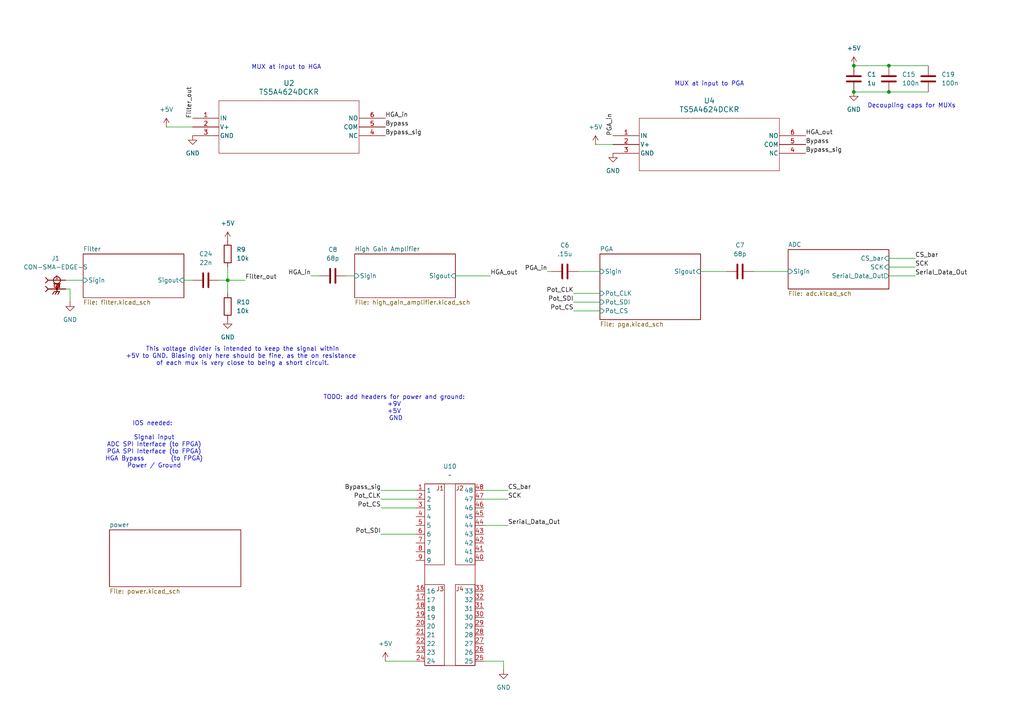
<source format=kicad_sch>
(kicad_sch (version 20250114) (generator "eeschema") (generator_version "9.0")
  (paper "A4")
  (lib_symbols
    (symbol "Cmod_S7:Cmod_S7"
      (property "Reference" "U" (at 0 0 0))
      (symbol "Cmod_S7_1_1"
        (rectangle (start -1.905 -1.27) (end 3.81 -24.765))
        (rectangle (start -1.905 -1.27) (end 12.7 -53.975))
        (rectangle (start -1.905 -30.48) (end 3.81 -53.975))
        (rectangle (start 12.7 -1.27) (end 6.985 -24.765))
        (rectangle (start 12.7 -30.48) (end 6.985 -53.975))
        (text "J1" (at 2.54 -2.54 0) (effects (font (size 1.27 1.27))))
        (text "J3" (at 2.54 -31.75 0) (effects (font (size 1.27 1.27))))
        (text "J2" (at 8.255 -2.54 0) (effects (font (size 1.27 1.27))))
        (text "J4" (at 8.255 -31.75 0) (effects (font (size 1.27 1.27))))
        (pin bidirectional line (at -4.445 -3.175 0) (length 2.54) (name "1") (number "1"))
        (pin bidirectional line (at -4.445 -5.715 0) (length 2.54) (name "2") (number "2"))
        (pin bidirectional line (at -4.445 -8.255 0) (length 2.54) (name "3") (number "3"))
        (pin bidirectional line (at -4.445 -10.795 0) (length 2.54) (name "4") (number "4"))
        (pin bidirectional line (at -4.445 -13.335 0) (length 2.54) (name "5") (number "5"))
        (pin bidirectional line (at -4.445 -15.875 0) (length 2.54) (name "6") (number "6"))
        (pin bidirectional line (at -4.445 -18.415 0) (length 2.54) (name "7") (number "7"))
        (pin bidirectional line (at -4.445 -20.955 0) (length 2.54) (name "8") (number "8"))
        (pin bidirectional line (at -4.445 -23.495 0) (length 2.54) (name "9") (number "9"))
        (pin bidirectional line (at -4.445 -32.385 0) (length 2.54) (name "16") (number "16"))
        (pin bidirectional line (at -4.445 -34.925 0) (length 2.54) (name "17") (number "17"))
        (pin bidirectional line (at -4.445 -37.465 0) (length 2.54) (name "18") (number "18"))
        (pin bidirectional line (at -4.445 -40.005 0) (length 2.54) (name "19") (number "19"))
        (pin bidirectional line (at -4.445 -42.545 0) (length 2.54) (name "20") (number "20"))
        (pin bidirectional line (at -4.445 -45.085 0) (length 2.54) (name "21") (number "21"))
        (pin bidirectional line (at -4.445 -47.625 0) (length 2.54) (name "22") (number "22"))
        (pin bidirectional line (at -4.445 -50.165 0) (length 2.54) (name "23") (number "23"))
        (pin bidirectional line (at -4.445 -52.705 0) (length 2.54) (name "24") (number "24"))
        (pin bidirectional line (at 15.24 -3.175 180) (length 2.54) (name "48") (number "48"))
        (pin bidirectional line (at 15.24 -5.715 180) (length 2.54) (name "47") (number "47"))
        (pin bidirectional line (at 15.24 -8.255 180) (length 2.54) (name "46") (number "46"))
        (pin bidirectional line (at 15.24 -10.795 180) (length 2.54) (name "45") (number "45"))
        (pin bidirectional line (at 15.24 -13.335 180) (length 2.54) (name "44") (number "44"))
        (pin bidirectional line (at 15.24 -15.875 180) (length 2.54) (name "43") (number "43"))
        (pin bidirectional line (at 15.24 -18.415 180) (length 2.54) (name "42") (number "42"))
        (pin bidirectional line (at 15.24 -20.955 180) (length 2.54) (name "41") (number "41"))
        (pin bidirectional line (at 15.24 -23.495 180) (length 2.54) (name "40") (number "40"))
        (pin bidirectional line (at 15.24 -32.385 180) (length 2.54) (name "33") (number "33"))
        (pin bidirectional line (at 15.24 -34.925 180) (length 2.54) (name "32") (number "32"))
        (pin bidirectional line (at 15.24 -37.465 180) (length 2.54) (name "31") (number "31"))
        (pin bidirectional line (at 15.24 -40.005 180) (length 2.54) (name "30") (number "30"))
        (pin bidirectional line (at 15.24 -42.545 180) (length 2.54) (name "29") (number "29"))
        (pin bidirectional line (at 15.24 -45.085 180) (length 2.54) (name "28") (number "28"))
        (pin bidirectional line (at 15.24 -47.625 180) (length 2.54) (name "27") (number "27"))
        (pin bidirectional line (at 15.24 -50.165 180) (length 2.54) (name "26") (number "26"))
        (pin bidirectional line (at 15.24 -52.705 180) (length 2.54) (name "25") (number "25"))
      )
    )
    (symbol "Device:C" (pin_numbers (hide yes)) (pin_names (offset 0.254))
      (property "Reference" "C" (at 0.635 2.54 0))
      (property "Value" "C" (at 0.635 -2.54 0))
      (symbol "C_0_1"
        (polyline (pts (xy -2.032 0.762) (xy 2.032 0.762)) (stroke (width 0.508)))
        (polyline (pts (xy -2.032 -0.762) (xy 2.032 -0.762)) (stroke (width 0.508)))
      )
      (symbol "C_1_1"
        (pin passive line (at 0 3.81 270) (length 2.794) (name "~") (number "1"))
        (pin passive line (at 0 -3.81 90) (length 2.794) (name "~") (number "2"))
      )
    )
    (symbol "Device:R" (pin_numbers (hide yes)) (pin_names (offset 0))
      (property "Reference" "R" (at 2.032 0 90))
      (property "Value" "R" (at 0 0 90))
      (symbol "R_0_1"
        (rectangle (start -1.016 -2.54) (end 1.016 2.54) (stroke (width 0.254)))
      )
      (symbol "R_1_1"
        (pin passive line (at 0 3.81 270) (length 1.27) (name "~") (number "1"))
        (pin passive line (at 0 -3.81 90) (length 1.27) (name "~") (number "2"))
      )
    )
    (symbol "Mux:TS5A4624DCKR" (pin_names (offset 0.254))
      (property "Reference" "U" (at 27.94 10.16 0))
      (property "Value" "TS5A4624DCKR" (at 27.94 7.62 0))
      (symbol "TS5A4624DCKR_0_1"
        (polyline (pts (xy 7.62 5.08) (xy 7.62 -10.16)) (stroke (width 0.127)))
        (polyline (pts (xy 7.62 -10.16) (xy 48.26 -10.16)) (stroke (width 0.127)))
        (polyline (pts (xy 48.26 5.08) (xy 7.62 5.08)) (stroke (width 0.127)))
        (polyline (pts (xy 48.26 -10.16) (xy 48.26 5.08)) (stroke (width 0.127)))
        (pin input line (at 0 0 0) (length 7.62) (name "IN") (number "1"))
        (pin power_in line (at 0 -2.54 0) (length 7.62) (name "V+") (number "2"))
        (pin power_in line (at 0 -5.08 0) (length 7.62) (name "GND") (number "3"))
        (pin output line (at 55.88 0 180) (length 7.62) (name "NO") (number "6"))
        (pin unspecified line (at 55.88 -2.54 180) (length 7.62) (name "COM") (number "5"))
        (pin unspecified line (at 55.88 -5.08 180) (length 7.62) (name "NC") (number "4"))
      )
    )
    (symbol "SMA_MALE_connector:CON-SMA-EDGE-S" (pin_names (offset 1.016))
      (property "Reference" "J" (at -3.81 4.064 0))
      (property "Value" "CON-SMA-EDGE-S" (at -4.064 -4.318 0))
      (symbol "CON-SMA-EDGE-S_0_0"
        (polyline (pts (xy -3.302 3.302) (xy -2.54 2.54)) (stroke (width 0.254)))
        (polyline (pts (xy -3.302 1.778) (xy -2.54 2.54)) (stroke (width 0.254)))
        (polyline (pts (xy -3.302 0.762) (xy -2.54 0)) (stroke (width 0.254)))
        (polyline (pts (xy -3.302 -0.762) (xy -2.54 0)) (stroke (width 0.254)))
        (polyline (pts (xy -2.54 2.54) (xy 2.54 2.54)) (stroke (width 0.254)))
        (polyline (pts (xy -2.54 0) (xy 0 0)) (stroke (width 0.254)))
        (polyline (pts (xy -1.016 1.524) (xy 0 1.524)) (stroke (width 0.254)))
        (polyline (pts (xy -0.762 -0.762) (xy -1.27 -1.524)) (stroke (width 0.254)))
        (circle (center 0 2.54) (radius 1.016) (stroke (width 0.254)))
        (polyline (pts (xy 0 1.524) (xy 0 0)) (stroke (width 0.254)))
        (polyline (pts (xy 0 1.524) (xy 1.016 1.524)) (stroke (width 0.254)))
        (polyline (pts (xy 0 0) (xy -2.286 0)) (stroke (width 0.254)))
        (polyline (pts (xy 0 0) (xy 0 -0.762)) (stroke (width 0.254)))
        (circle (center 0 0) (radius 0.254) (stroke (width 0.254)))
        (polyline (pts (xy 0 -0.762) (xy -0.508 -1.524)) (stroke (width 0.254)))
        (polyline (pts (xy 0.762 -0.762) (xy -0.762 -0.762)) (stroke (width 0.254)))
        (polyline (pts (xy 0.762 -0.762) (xy 0.254 -1.524)) (stroke (width 0.254)))
        (polyline (pts (xy 2.54 0) (xy 0 0)) (stroke (width 0.254)))
        (pin passive line (at 2.54 2.54 180) (length 5.08) (name "~") (number "1"))
        (pin passive line (at 2.54 0 180) (length 5.08) (name "~") (number "G1"))
        (pin passive line (at 2.54 0 180) (length 5.08) (name "~") (number "G2"))
        (pin passive line (at 2.54 0 180) (length 5.08) (name "~") (number "G3"))
        (pin passive line (at 2.54 0 180) (length 5.08) (name "~") (number "G4"))
      )
    )
    (symbol "power:+5V" (power) (pin_numbers (hide yes)) (pin_names (offset 0) (hide yes))
      (property "Value" "+5V" (at 0 3.556 0))
      (symbol "+5V_0_1"
        (polyline (pts (xy -0.762 1.27) (xy 0 2.54)))
        (polyline (pts (xy 0 2.54) (xy 0.762 1.27)))
        (polyline (pts (xy 0 0) (xy 0 2.54)))
      )
      (symbol "+5V_1_1"
        (pin power_in line (at 0 0 90) (length 0) (name "~") (number "1"))
      )
    )
    (symbol "power:GND" (power) (pin_numbers (hide yes)) (pin_names (offset 0) (hide yes))
      (property "Value" "GND" (at 0 -3.81 0))
      (symbol "GND_0_1"
        (polyline (pts (xy 0 0) (xy 0 -1.27) (xy 1.27 -1.27) (xy 0 -2.54) (xy -1.27 -1.27) (xy 0 -1.27)))
      )
      (symbol "GND_1_1"
        (pin power_in line (at 0 0 270) (length 0) (name "~") (number "1"))
      )
    )
  )
  (text "MUX at input to PGA" (at 205.74 24.384 0) (effects (font (size 1.27 1.27))))
  (text "IOS needed: \n\nSignal input\nADC SPI Interface (to FPGA)\nPGA SPI Interface (to FPGA)\nHGA Bypass        (to FPGA)\nPower / Ground" (at 44.704 129.032 0) (effects (font (size 1.27 1.27))))
  (text "MUX at input to HGA" (at 83.058 19.558 0) (effects (font (size 1.27 1.27))))
  (text "Decoupling caps for MUXs" (at 264.414 30.734 0) (effects (font (size 1.27 1.27))))
  (text "TODO: add headers for power and ground: \n+9V \n+5V \nGND" (at 114.808 118.364 0) (effects (font (size 1.27 1.27))))
  (text "This voltage divider is intended to keep the signal within\n+5V to GND. Biasing only here should be fine, as the on resistance \nof each mux is very close to being a short circuit." (at 70.358 103.378 0) (effects (font (size 1.27 1.27))))
  (junction (at 247.65 19.05))
  (junction (at 257.81 19.05))
  (junction (at 257.81 26.67))
  (junction (at 247.65 26.67))
  (junction (at 66.04 81.28))
  (wire (pts (xy 247.65 26.67) (xy 257.81 26.67)))
  (wire (pts (xy 63.5 81.28) (xy 66.04 81.28)))
  (wire (pts (xy 172.72 41.91) (xy 177.8 41.91)))
  (wire (pts (xy 110.49 142.24) (xy 120.65 142.24)))
  (wire (pts (xy 53.34 81.28) (xy 55.88 81.28)))
  (wire (pts (xy 140.335 142.24) (xy 147.32 142.24)))
  (wire (pts (xy 146.05 191.77) (xy 146.05 194.31)))
  (wire (pts (xy 110.49 144.78) (xy 120.65 144.78)))
  (wire (pts (xy 111.76 191.77) (xy 120.65 191.77)))
  (wire (pts (xy 167.64 78.74) (xy 173.99 78.74)))
  (wire (pts (xy 140.335 152.4) (xy 147.32 152.4)))
  (wire (pts (xy 257.81 77.47) (xy 265.43 77.47)))
  (wire (pts (xy 19.05 83.82) (xy 20.32 83.82)))
  (wire (pts (xy 66.04 81.28) (xy 66.04 85.09)))
  (wire (pts (xy 218.44 78.74) (xy 228.6 78.74)))
  (wire (pts (xy 166.37 87.63) (xy 173.99 87.63)))
  (wire (pts (xy 90.17 80.01) (xy 92.71 80.01)))
  (wire (pts (xy 110.49 147.32) (xy 120.65 147.32)))
  (wire (pts (xy 100.33 80.01) (xy 102.87 80.01)))
  (wire (pts (xy 257.81 74.93) (xy 265.43 74.93)))
  (wire (pts (xy 158.75 78.74) (xy 160.02 78.74)))
  (wire (pts (xy 19.05 81.28) (xy 24.13 81.28)))
  (wire (pts (xy 66.04 77.47) (xy 66.04 81.28)))
  (wire (pts (xy 257.81 26.67) (xy 269.24 26.67)))
  (wire (pts (xy 110.49 154.94) (xy 120.65 154.94)))
  (wire (pts (xy 140.335 191.77) (xy 146.05 191.77)))
  (wire (pts (xy 20.32 83.82) (xy 20.32 87.63)))
  (wire (pts (xy 66.04 81.28) (xy 71.12 81.28)))
  (wire (pts (xy 140.335 144.78) (xy 147.32 144.78)))
  (wire (pts (xy 166.37 90.17) (xy 173.99 90.17)))
  (wire (pts (xy 132.08 80.01) (xy 142.24 80.01)))
  (wire (pts (xy 203.2 78.74) (xy 210.82 78.74)))
  (wire (pts (xy 247.65 19.05) (xy 257.81 19.05)))
  (wire (pts (xy 257.81 80.01) (xy 265.43 80.01)))
  (wire (pts (xy 48.26 36.83) (xy 55.88 36.83)))
  (wire (pts (xy 166.37 85.09) (xy 173.99 85.09)))
  (wire (pts (xy 257.81 19.05) (xy 269.24 19.05)))
  (label "CS_bar" (at 265.43 74.93 0))
  (label "Serial_Data_Out" (at 147.32 152.4 0))
  (label "Bypass_sig" (at 233.68 44.45 0))
  (label "HGA_in" (at 111.76 34.29 0))
  (label "Bypass" (at 111.76 36.83 0))
  (label "Filter_out" (at 71.12 81.28 0))
  (label "CS_bar" (at 147.32 142.24 0))
  (label "Bypass_sig" (at 111.76 39.37 0))
  (label "SCK" (at 265.43 77.47 0))
  (label "HGA_out" (at 142.24 80.01 0))
  (label "Pot_CLK" (at 110.49 144.78 180))
  (label "HGA_in" (at 90.17 80.01 180))
  (label "Bypass_sig" (at 110.49 142.24 180))
  (label "Serial_Data_Out" (at 265.43 80.01 0))
  (label "Pot_CS" (at 166.37 90.17 180))
  (label "Pot_SDI" (at 110.49 154.94 180))
  (label "PGA_in" (at 158.75 78.74 180))
  (label "Pot_SDI" (at 166.37 87.63 180))
  (label "Filter_out" (at 55.88 34.29 90))
  (label "PGA_in" (at 177.8 39.37 90))
  (label "Pot_CLK" (at 166.37 85.09 180))
  (label "Bypass" (at 233.68 41.91 0))
  (label "SCK" (at 147.32 144.78 0))
  (label "Pot_CS" (at 110.49 147.32 180))
  (label "HGA_out" (at 233.68 39.37 0))
  (symbol (lib_id "Device:C") (at 247.65 22.86 0) (unit 1)
    (property "Reference" "C1" (at 251.46 21.5899 0) (effects (justify left)))
    (property "Value" "1u" (at 251.46 24.1299 0) (effects (justify left)))
    (property "Footprint" "Capacitor_SMD:C_0603_1608Metric" (effects (hide yes)))
    (property "Description" "Unpolarized capacitor" (effects (hide yes)))
  )
  (symbol (lib_id "power:+5V") (at 172.72 41.91 0) (unit 1)
    (property "Reference" "#PWR013" (effects (hide yes)))
    (property "Value" "+5V" (at 172.72 36.83 0))
    (property "Description" "Power symbol creates a global label with name \"+5V\"" (effects (hide yes)))
  )
  (symbol (lib_id "power:+5V") (at 48.26 36.83 0) (unit 1)
    (property "Reference" "#PWR015" (effects (hide yes)))
    (property "Value" "+5V" (at 48.26 31.75 0))
    (property "Description" "Power symbol creates a global label with name \"+5V\"" (effects (hide yes)))
  )
  (symbol (lib_id "Device:C") (at 269.24 22.86 0) (unit 1)
    (property "Reference" "C19" (at 273.05 21.5899 0) (effects (justify left)))
    (property "Value" "100n" (at 273.05 24.1299 0) (effects (justify left)))
    (property "Footprint" "Capacitor_SMD:C_0603_1608Metric" (effects (hide yes)))
    (property "Description" "Unpolarized capacitor" (effects (hide yes)))
  )
  (symbol (lib_id "Device:C") (at 257.81 22.86 0) (unit 1)
    (property "Reference" "C15" (at 261.62 21.5899 0) (effects (justify left)))
    (property "Value" "100n" (at 261.62 24.1299 0) (effects (justify left)))
    (property "Footprint" "Capacitor_SMD:C_0603_1608Metric" (effects (hide yes)))
    (property "Description" "Unpolarized capacitor" (effects (hide yes)))
  )
  (symbol (lib_id "power:GND") (at 20.32 87.63 0) (unit 1)
    (property "Reference" "#PWR043" (effects (hide yes)))
    (property "Value" "GND" (at 20.32 92.71 0))
    (property "Description" "Power symbol creates a global label with name \"GND\" , ground" (effects (hide yes)))
  )
  (symbol (lib_id "Cmod_S7:Cmod_S7") (at 125.095 139.065 0) (unit 1)
    (property "Reference" "U10" (at 130.4925 135.255 0))
    (property "Value" "~" (at 130.4925 137.795 0))
    (property "Footprint" "Cmod_S7:Cmod_S7" (effects (hide yes)))
  )
  (symbol (lib_id "power:+5V") (at 247.65 19.05 0) (unit 1)
    (property "Reference" "#PWR04" (effects (hide yes)))
    (property "Value" "+5V" (at 247.65 13.97 0))
    (property "Description" "Power symbol creates a global label with name \"+5V\"" (effects (hide yes)))
  )
  (symbol (lib_id "power:GND") (at 55.88 39.37 0) (unit 1)
    (property "Reference" "#PWR014" (effects (hide yes)))
    (property "Value" "GND" (at 55.88 44.45 0))
    (property "Description" "Power symbol creates a global label with name \"GND\" , ground" (effects (hide yes)))
  )
  (symbol (lib_id "power:+5V") (at 111.76 191.77 0) (unit 1)
    (property "Reference" "#PWR055" (effects (hide yes)))
    (property "Value" "+5V" (at 111.76 186.69 0))
    (property "Description" "Power symbol creates a global label with name \"+5V\"" (effects (hide yes)))
  )
  (symbol (lib_id "power:GND") (at 247.65 26.67 0) (unit 1)
    (property "Reference" "#PWR03" (effects (hide yes)))
    (property "Value" "GND" (at 247.65 31.75 0))
    (property "Description" "Power symbol creates a global label with name \"GND\" , ground" (effects (hide yes)))
  )
  (symbol (lib_id "Mux:TS5A4624DCKR") (at 177.8 39.37 0) (unit 1)
    (property "Reference" "U4" (at 205.74 29.21 0) (effects (font (size 1.524 1.524))))
    (property "Value" "TS5A4624DCKR" (at 205.74 31.75 0) (effects (font (size 1.524 1.524))))
    (property "Footprint" "DCK6" (effects (hide yes)))
    (property "Datasheet" "https://www.ti.com/lit/gpn/ts5a4624" (effects (hide yes)))
  )
  (symbol (lib_id "Mux:TS5A4624DCKR") (at 55.88 34.29 0) (unit 1)
    (property "Reference" "U2" (at 83.82 24.13 0) (effects (font (size 1.524 1.524))))
    (property "Value" "TS5A4624DCKR" (at 83.82 26.67 0) (effects (font (size 1.524 1.524))))
    (property "Footprint" "DCK6" (effects (hide yes)))
    (property "Datasheet" "https://www.ti.com/lit/gpn/ts5a4624" (effects (hide yes)))
  )
  (symbol (lib_id "power:+5V") (at 66.04 69.85 0) (unit 1)
    (property "Reference" "#PWR030" (effects (hide yes)))
    (property "Value" "+5V" (at 66.04 64.77 0))
    (property "Description" "Power symbol creates a global label with name \"+5V\"" (effects (hide yes)))
  )
  (symbol (lib_id "Device:C") (at 163.83 78.74 90) (unit 1)
    (property "Reference" "C6" (at 163.83 71.12 90))
    (property "Value" ".15u" (at 163.83 73.66 90))
    (property "Footprint" "Capacitor_SMD:C_0603_1608Metric" (effects (hide yes)))
    (property "Description" "Unpolarized capacitor" (effects (hide yes)))
  )
  (symbol (lib_id "Device:C") (at 96.52 80.01 90) (unit 1)
    (property "Reference" "C8" (at 96.52 72.39 90))
    (property "Value" "68p" (at 96.52 74.93 90))
    (property "Footprint" "Capacitor_SMD:C_0603_1608Metric" (effects (hide yes)))
    (property "Description" "Unpolarized capacitor" (effects (hide yes)))
  )
  (symbol (lib_id "Device:R") (at 66.04 73.66 0) (unit 1)
    (property "Reference" "R9" (at 68.58 72.3899 0) (effects (justify left)))
    (property "Value" "10k" (at 68.58 74.9299 0) (effects (justify left)))
    (property "Footprint" "Resistor_SMD:R_0603_1608Metric" (effects (hide yes)))
    (property "Description" "Resistor" (effects (hide yes)))
  )
  (symbol (lib_id "SMA_MALE_connector:CON-SMA-EDGE-S") (at 16.51 83.82 0) (unit 1)
    (property "Reference" "J1" (at 16.129 74.93 0))
    (property "Value" "CON-SMA-EDGE-S" (at 16.129 77.47 0))
    (property "Footprint" "SMA_male_fp:RFSOLUTIONS_CON-SMA-EDGE-S" (effects (hide yes)))
    (property "PARTREV" "1" (effects (hide yes)))
    (property "STANDARD" "Manufacturer Recommendations" (effects (hide yes)))
    (property "MAXIMUM_PACKAGE_HEIGHT" "6.35mm" (effects (hide yes)))
    (property "MANUFACTURER" "RF Solutions" (effects (hide yes)))
  )
  (symbol (lib_id "power:GND") (at 177.8 44.45 0) (unit 1)
    (property "Reference" "#PWR012" (effects (hide yes)))
    (property "Value" "GND" (at 177.8 49.53 0))
    (property "Description" "Power symbol creates a global label with name \"GND\" , ground" (effects (hide yes)))
  )
  (symbol (lib_id "power:GND") (at 66.04 92.71 0) (unit 1)
    (property "Reference" "#PWR029" (effects (hide yes)))
    (property "Value" "GND" (at 66.04 97.79 0))
    (property "Description" "Power symbol creates a global label with name \"GND\" , ground" (effects (hide yes)))
  )
  (symbol (lib_id "Device:C") (at 59.69 81.28 90) (unit 1)
    (property "Reference" "C24" (at 59.69 73.66 90))
    (property "Value" "22n" (at 59.69 76.2 90))
    (property "Footprint" "Capacitor_SMD:C_0603_1608Metric" (effects (hide yes)))
    (property "Description" "Unpolarized capacitor" (effects (hide yes)))
  )
  (symbol (lib_id "Device:R") (at 66.04 88.9 0) (unit 1)
    (property "Reference" "R10" (at 68.58 87.6299 0) (effects (justify left)))
    (property "Value" "10k" (at 68.58 90.1699 0) (effects (justify left)))
    (property "Footprint" "Resistor_SMD:R_0603_1608Metric" (effects (hide yes)))
    (property "Description" "Resistor" (effects (hide yes)))
  )
  (symbol (lib_id "power:GND") (at 146.05 194.31 0) (unit 1)
    (property "Reference" "#PWR039" (effects (hide yes)))
    (property "Value" "GND" (at 146.05 199.39 0))
    (property "Description" "Power symbol creates a global label with name \"GND\" , ground" (effects (hide yes)))
  )
  (symbol (lib_id "Device:C") (at 214.63 78.74 90) (unit 1)
    (property "Reference" "C7" (at 214.63 71.12 90))
    (property "Value" "68p" (at 214.63 73.66 90))
    (property "Footprint" "Capacitor_SMD:C_0603_1608Metric" (effects (hide yes)))
    (property "Description" "Unpolarized capacitor" (effects (hide yes)))
  )
  (sheet (at 102.87 73.66) (size 29.21 12.7) (stroke (width 0.1524))
    (property "Sheetname" "High Gain Amplifier" (at 102.87 72.9484 0) (effects (justify left bottom)))
    (property "Sheetfile" "high_gain_amplifier.kicad_sch" (at 102.87 86.9446 0) (effects (justify left top)))
    (pin "Sigin" input (at 102.87 80.01 180))
    (pin "Sigout" input (at 132.08 80.01 0))
  )
  (sheet (at 24.13 73.66) (size 29.21 12.7) (stroke (width 0.1524))
    (property "Sheetname" "Filter" (at 24.13 72.9484 0) (effects (justify left bottom)))
    (property "Sheetfile" "filter.kicad_sch" (at 24.13 86.9446 0) (effects (justify left top)))
    (pin "Sigin" input (at 24.13 81.28 180))
    (pin "Sigout" input (at 53.34 81.28 0))
  )
  (sheet (at 173.99 73.66) (size 29.21 19.05) (stroke (width 0.1524))
    (property "Sheetname" "PGA" (at 173.99 72.9484 0) (effects (justify left bottom)))
    (property "Sheetfile" "pga.kicad_sch" (at 173.99 93.2946 0) (effects (justify left top)))
    (pin "Sigin" input (at 173.99 78.74 180))
    (pin "Sigout" input (at 203.2 78.74 0))
    (pin "Pot_CLK" input (at 173.99 85.09 180))
    (pin "Pot_CS" input (at 173.99 90.17 180))
    (pin "Pot_SDI" input (at 173.99 87.63 180))
  )
  (sheet (at 31.75 153.67) (size 38.1 16.51) (stroke (width 0.1524))
    (property "Sheetname" "power" (at 31.75 152.9584 0) (effects (justify left bottom)))
    (property "Sheetfile" "power.kicad_sch" (at 31.75 170.7646 0) (effects (justify left top)))
  )
  (sheet (at 228.6 72.39) (size 29.21 11.43) (stroke (width 0.1524))
    (property "Sheetname" "ADC" (at 228.6 71.6784 0) (effects (justify left bottom)))
    (property "Sheetfile" "adc.kicad_sch" (at 228.6 84.4046 0) (effects (justify left top)))
    (pin "Sigin" input (at 228.6 78.74 180))
    (pin "CS_bar" input (at 257.81 74.93 0))
    (pin "SCK" input (at 257.81 77.47 0))
    (pin "Serial_Data_Out" output (at 257.81 80.01 0))
  )
)
</source>
